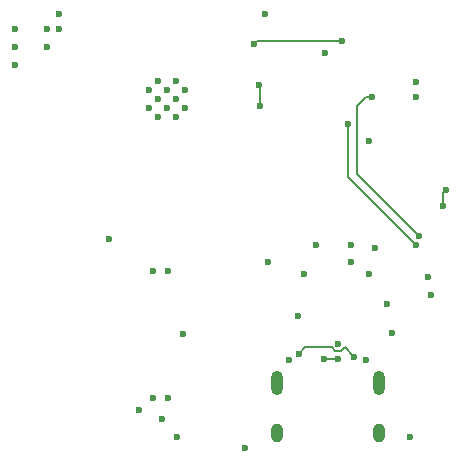
<source format=gbr>
%TF.GenerationSoftware,KiCad,Pcbnew,9.0.1*%
%TF.CreationDate,2025-11-28T17:08:09+01:00*%
%TF.ProjectId,SCD41-D-R1_demo,53434434-312d-4442-9d52-315f64656d6f,rev?*%
%TF.SameCoordinates,Original*%
%TF.FileFunction,Copper,L4,Bot*%
%TF.FilePolarity,Positive*%
%FSLAX46Y46*%
G04 Gerber Fmt 4.6, Leading zero omitted, Abs format (unit mm)*
G04 Created by KiCad (PCBNEW 9.0.1) date 2025-11-28 17:08:09*
%MOMM*%
%LPD*%
G01*
G04 APERTURE LIST*
%TA.AperFunction,HeatsinkPad*%
%ADD10O,1.000000X2.100000*%
%TD*%
%TA.AperFunction,HeatsinkPad*%
%ADD11O,1.000000X1.600000*%
%TD*%
%TA.AperFunction,HeatsinkPad*%
%ADD12C,0.600000*%
%TD*%
%TA.AperFunction,ViaPad*%
%ADD13C,0.600000*%
%TD*%
%TA.AperFunction,Conductor*%
%ADD14C,0.200000*%
%TD*%
G04 APERTURE END LIST*
D10*
%TO.P,J4,S1,SHIELD*%
%TO.N,GND*%
X182717500Y-98240000D03*
D11*
X182717500Y-102420000D03*
D10*
X191357500Y-98240000D03*
D11*
X191357500Y-102420000D03*
%TD*%
D12*
%TO.P,U4,39,GND*%
%TO.N,GND*%
X171890000Y-73427500D03*
X171890000Y-74952500D03*
X172652500Y-72665000D03*
X172652500Y-74190000D03*
X172652500Y-75715000D03*
X173415000Y-73427500D03*
X173415000Y-74952500D03*
X174177500Y-72665000D03*
X174177500Y-74190000D03*
X174177500Y-75715000D03*
X174940000Y-73427500D03*
X174940000Y-74952500D03*
%TD*%
D13*
%TO.N,D+*%
X186687500Y-96166988D03*
X187887500Y-96166987D03*
%TO.N,VIN*%
X184587500Y-95750000D03*
X189250000Y-96000000D03*
%TO.N,GND*%
X191000000Y-86750000D03*
%TO.N,Net-(Q1A-E1)*%
X197000000Y-81900000D03*
X196750000Y-83250000D03*
%TO.N,TX*%
X190750000Y-74000000D03*
X194752983Y-85741051D03*
%TO.N,RX*%
X188750000Y-76250000D03*
X194500000Y-86500000D03*
%TO.N,EN*%
X180750000Y-69500000D03*
X188250000Y-69250000D03*
%TO.N,SCL*%
X181200735Y-72950735D03*
X181250000Y-74750000D03*
%TO.N,GND*%
X174750000Y-94100000D03*
X190250000Y-96250000D03*
X183750000Y-96250000D03*
X184500000Y-92500000D03*
X185000000Y-89000000D03*
X182000000Y-88000000D03*
X186000000Y-86500000D03*
%TO.N,+3.3V*%
X190500000Y-77750000D03*
X194500000Y-72750000D03*
%TO.N,GND*%
X194500000Y-74000000D03*
%TO.N,+3.3V*%
X186750000Y-70250000D03*
%TO.N,GND*%
X181750000Y-67000000D03*
X195500000Y-89250000D03*
X195750000Y-90750000D03*
%TO.N,+3.3V*%
X192500000Y-94000000D03*
X192000000Y-91500000D03*
X189000000Y-86500000D03*
X189000000Y-88000000D03*
X190500000Y-89000000D03*
%TO.N,GND*%
X187906985Y-94900000D03*
X194000000Y-102750000D03*
X180000000Y-103750000D03*
%TO.N,+3.3V*%
X173500000Y-88750000D03*
X174250000Y-102750000D03*
%TO.N,GND*%
X172250000Y-99500000D03*
%TO.N,+3.3V*%
X173500000Y-99500000D03*
X173000000Y-101250000D03*
%TO.N,GND*%
X171000000Y-100500000D03*
X172250000Y-88750000D03*
X168500000Y-86000000D03*
%TO.N,+3.3V*%
X164250000Y-68250000D03*
X163250000Y-69750000D03*
X163250000Y-68250000D03*
%TO.N,GND*%
X164250000Y-67000000D03*
X160500000Y-71250000D03*
X160500000Y-69750000D03*
X160500000Y-68250000D03*
%TD*%
D14*
%TO.N,D+*%
X187887500Y-96166987D02*
X186687501Y-96166987D01*
X186687501Y-96166987D02*
X186687500Y-96166988D01*
%TO.N,VIN*%
X187357042Y-95200000D02*
X185137500Y-95200000D01*
X187658042Y-95501000D02*
X187357042Y-95200000D01*
X188453464Y-95203464D02*
X188155928Y-95501000D01*
X188155928Y-95501000D02*
X187658042Y-95501000D01*
X189250000Y-96000000D02*
X188453464Y-95203464D01*
X185137500Y-95200000D02*
X184587500Y-95750000D01*
%TO.N,Net-(Q1A-E1)*%
X196750000Y-82150000D02*
X197000000Y-81900000D01*
X196750000Y-83250000D02*
X196750000Y-82150000D01*
%TO.N,TX*%
X190250000Y-74000000D02*
X190750000Y-74000000D01*
X189750000Y-74500000D02*
X190250000Y-74000000D01*
X189500000Y-74750000D02*
X189750000Y-74500000D01*
X189500000Y-80500000D02*
X189500000Y-74750000D01*
X194752983Y-85741051D02*
X194741051Y-85741051D01*
X194741051Y-85741051D02*
X189500000Y-80500000D01*
%TO.N,RX*%
X188750000Y-80250000D02*
X188750000Y-76250000D01*
X188750000Y-80750000D02*
X188750000Y-80250000D01*
X194500000Y-86500000D02*
X188750000Y-80750000D01*
%TO.N,EN*%
X180750000Y-69500000D02*
X181000000Y-69250000D01*
X181000000Y-69250000D02*
X188250000Y-69250000D01*
%TO.N,SCL*%
X181250000Y-73000000D02*
X181200735Y-72950735D01*
X181250000Y-74750000D02*
X181250000Y-73000000D01*
%TD*%
M02*

</source>
